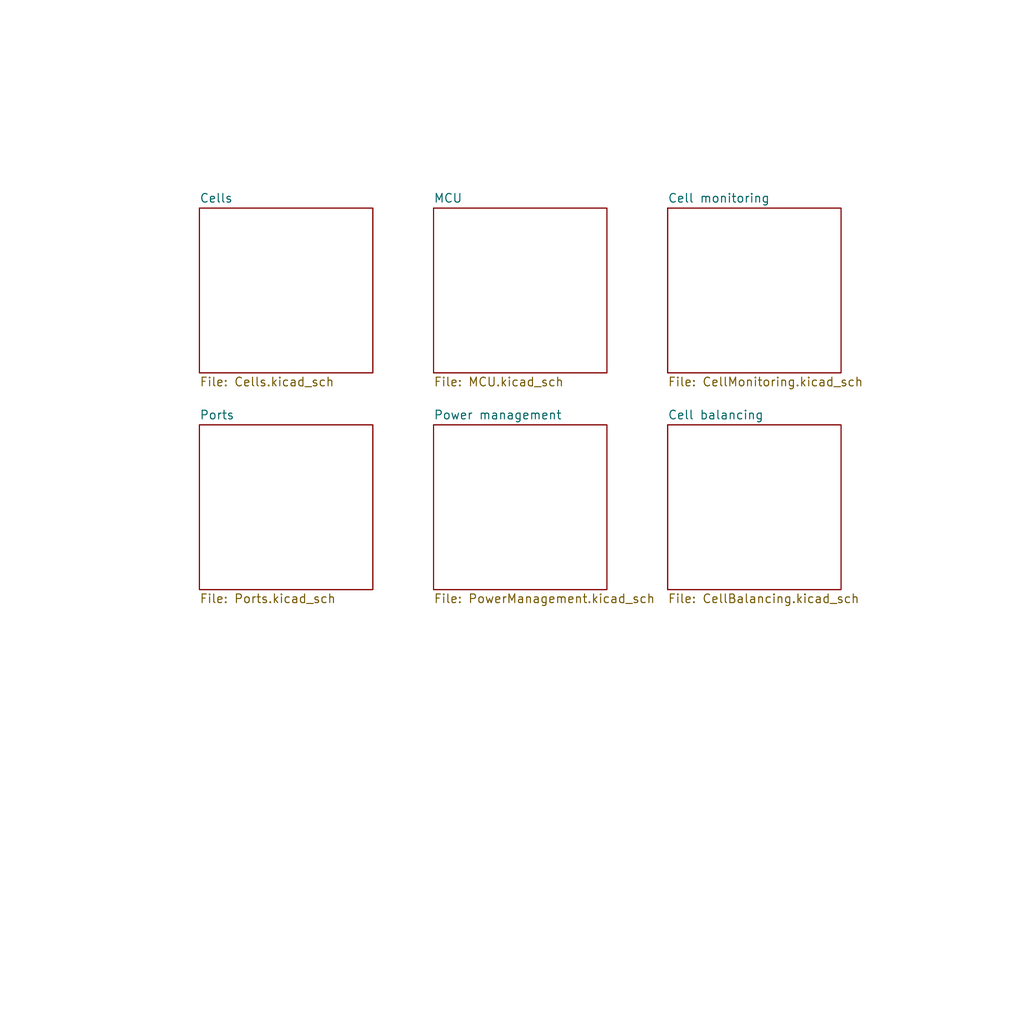
<source format=kicad_sch>
(kicad_sch (version 20230121) (generator eeschema)
  (paper "User" 150.012 150.012)
  (title_block (date "2023-09-06") (rev "1"))
  (lib_symbols)
  (sheet (at 97.79 30.48) (size 25.4 24.13) (stroke (width 0.1524))
    (property "Sheetname" "Cell monitoring" (at 97.79 29.7684 0) (effects (justify left bottom)))
    (property "Sheetfile" "CellMonitoring.kicad_sch" (at 97.79 55.1946 0) (effects (justify left top)))
  )
  (sheet (at 29.21 62.23) (size 25.4 24.13) (stroke (width 0.1524))
    (property "Sheetname" "Ports" (at 29.21 61.5184 0) (effects (justify left bottom)))
    (property "Sheetfile" "Ports.kicad_sch" (at 29.21 86.9446 0) (effects (justify left top)))
  )
  (sheet (at 63.5 62.23) (size 25.4 24.13) (stroke (width 0.1524))
    (property "Sheetname" "Power management" (at 63.5 61.5184 0) (effects (justify left bottom)))
    (property "Sheetfile" "PowerManagement.kicad_sch" (at 63.5 86.9446 0) (effects (justify left top)))
  )
  (sheet (at 29.21 30.48) (size 25.4 24.13) (stroke (width 0.1524))
    (property "Sheetname" "Cells" (at 29.21 29.7684 0) (effects (justify left bottom)))
    (property "Sheetfile" "Cells.kicad_sch" (at 29.21 55.1946 0) (effects (justify left top)))
  )
  (sheet (at 97.79 62.23) (size 25.4 24.13) (stroke (width 0.1524))
    (property "Sheetname" "Cell balancing" (at 97.79 61.5184 0) (effects (justify left bottom)))
    (property "Sheetfile" "CellBalancing.kicad_sch" (at 97.79 86.9446 0) (effects (justify left top)))
  )
  (sheet (at 63.5 30.48) (size 25.4 24.13) (stroke (width 0.1524))
    (property "Sheetname" "MCU" (at 63.5 29.7684 0) (effects (justify left bottom)))
    (property "Sheetfile" "MCU.kicad_sch" (at 63.5 55.1946 0) (effects (justify left top)))
  )
)
</source>
